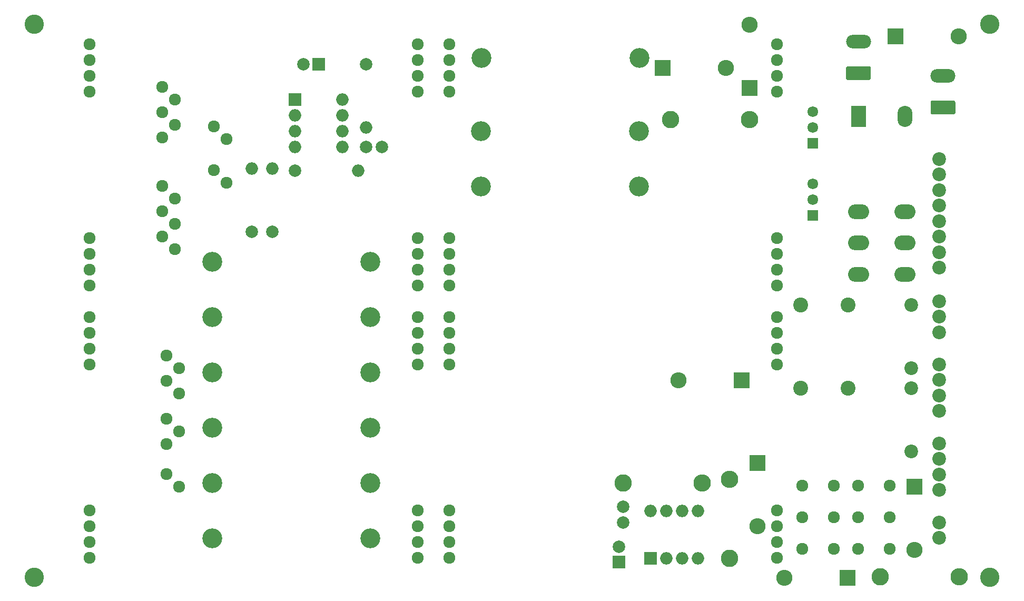
<source format=gbr>
G04 #@! TF.GenerationSoftware,KiCad,Pcbnew,(5.1.4-0-10_14)*
G04 #@! TF.CreationDate,2020-07-27T00:28:24+01:00*
G04 #@! TF.ProjectId,lightsBoard,6c696768-7473-4426-9f61-72642e6b6963,rev?*
G04 #@! TF.SameCoordinates,Original*
G04 #@! TF.FileFunction,Soldermask,Bot*
G04 #@! TF.FilePolarity,Negative*
%FSLAX46Y46*%
G04 Gerber Fmt 4.6, Leading zero omitted, Abs format (unit mm)*
G04 Created by KiCad (PCBNEW (5.1.4-0-10_14)) date 2020-07-27 00:28:24*
%MOMM*%
%LPD*%
G04 APERTURE LIST*
%ADD10C,1.924000*%
%ADD11O,4.000000X2.200000*%
%ADD12C,0.100000*%
%ADD13C,2.200000*%
%ADD14R,1.720800X1.720800*%
%ADD15C,1.720800*%
%ADD16O,3.400000X2.400000*%
%ADD17O,2.400000X3.400000*%
%ADD18R,2.400000X3.400000*%
%ADD19O,2.000000X2.000000*%
%ADD20R,2.000000X2.000000*%
%ADD21O,3.200000X3.200000*%
%ADD22C,3.200000*%
%ADD23O,2.800000X2.800000*%
%ADD24C,2.800000*%
%ADD25C,2.000000*%
%ADD26C,2.400000*%
%ADD27O,2.600000X2.600000*%
%ADD28R,2.600000X2.600000*%
%ADD29C,3.100000*%
G04 APERTURE END LIST*
D10*
X194945000Y-94615000D03*
X194945000Y-92075000D03*
X194945000Y-89535000D03*
X194945000Y-86995000D03*
X142240000Y-94615000D03*
X142240000Y-92075000D03*
X142240000Y-89535000D03*
X142240000Y-86995000D03*
X194945000Y-63500000D03*
X194945000Y-60960000D03*
X194945000Y-58420000D03*
X194945000Y-55880000D03*
X142240000Y-63500000D03*
X142240000Y-60960000D03*
X142240000Y-58420000D03*
X142240000Y-55880000D03*
X137160000Y-94615000D03*
X137160000Y-92075000D03*
X137160000Y-89535000D03*
X137160000Y-86995000D03*
X84455000Y-94615000D03*
X84455000Y-92075000D03*
X84455000Y-89535000D03*
X84455000Y-86995000D03*
X137160000Y-63500000D03*
X137160000Y-60960000D03*
X137160000Y-58420000D03*
X137160000Y-55880000D03*
X84455000Y-63500000D03*
X84455000Y-60960000D03*
X84455000Y-58420000D03*
X84455000Y-55880000D03*
D11*
X221615000Y-60960000D03*
D12*
G36*
X223339395Y-64941471D02*
G01*
X223369056Y-64945871D01*
X223398143Y-64953157D01*
X223426376Y-64963259D01*
X223453483Y-64976080D01*
X223479202Y-64991495D01*
X223503287Y-65009358D01*
X223525505Y-65029495D01*
X223545642Y-65051713D01*
X223563505Y-65075798D01*
X223578920Y-65101517D01*
X223591741Y-65128624D01*
X223601843Y-65156857D01*
X223609129Y-65185944D01*
X223613529Y-65215605D01*
X223615000Y-65245555D01*
X223615000Y-66834445D01*
X223613529Y-66864395D01*
X223609129Y-66894056D01*
X223601843Y-66923143D01*
X223591741Y-66951376D01*
X223578920Y-66978483D01*
X223563505Y-67004202D01*
X223545642Y-67028287D01*
X223525505Y-67050505D01*
X223503287Y-67070642D01*
X223479202Y-67088505D01*
X223453483Y-67103920D01*
X223426376Y-67116741D01*
X223398143Y-67126843D01*
X223369056Y-67134129D01*
X223339395Y-67138529D01*
X223309445Y-67140000D01*
X219920555Y-67140000D01*
X219890605Y-67138529D01*
X219860944Y-67134129D01*
X219831857Y-67126843D01*
X219803624Y-67116741D01*
X219776517Y-67103920D01*
X219750798Y-67088505D01*
X219726713Y-67070642D01*
X219704495Y-67050505D01*
X219684358Y-67028287D01*
X219666495Y-67004202D01*
X219651080Y-66978483D01*
X219638259Y-66951376D01*
X219628157Y-66923143D01*
X219620871Y-66894056D01*
X219616471Y-66864395D01*
X219615000Y-66834445D01*
X219615000Y-65245555D01*
X219616471Y-65215605D01*
X219620871Y-65185944D01*
X219628157Y-65156857D01*
X219638259Y-65128624D01*
X219651080Y-65101517D01*
X219666495Y-65075798D01*
X219684358Y-65051713D01*
X219704495Y-65029495D01*
X219726713Y-65009358D01*
X219750798Y-64991495D01*
X219776517Y-64976080D01*
X219803624Y-64963259D01*
X219831857Y-64953157D01*
X219860944Y-64945871D01*
X219890605Y-64941471D01*
X219920555Y-64940000D01*
X223309445Y-64940000D01*
X223339395Y-64941471D01*
X223339395Y-64941471D01*
G37*
D13*
X221615000Y-66040000D03*
D11*
X208026000Y-55435500D03*
D12*
G36*
X209750395Y-59416971D02*
G01*
X209780056Y-59421371D01*
X209809143Y-59428657D01*
X209837376Y-59438759D01*
X209864483Y-59451580D01*
X209890202Y-59466995D01*
X209914287Y-59484858D01*
X209936505Y-59504995D01*
X209956642Y-59527213D01*
X209974505Y-59551298D01*
X209989920Y-59577017D01*
X210002741Y-59604124D01*
X210012843Y-59632357D01*
X210020129Y-59661444D01*
X210024529Y-59691105D01*
X210026000Y-59721055D01*
X210026000Y-61309945D01*
X210024529Y-61339895D01*
X210020129Y-61369556D01*
X210012843Y-61398643D01*
X210002741Y-61426876D01*
X209989920Y-61453983D01*
X209974505Y-61479702D01*
X209956642Y-61503787D01*
X209936505Y-61526005D01*
X209914287Y-61546142D01*
X209890202Y-61564005D01*
X209864483Y-61579420D01*
X209837376Y-61592241D01*
X209809143Y-61602343D01*
X209780056Y-61609629D01*
X209750395Y-61614029D01*
X209720445Y-61615500D01*
X206331555Y-61615500D01*
X206301605Y-61614029D01*
X206271944Y-61609629D01*
X206242857Y-61602343D01*
X206214624Y-61592241D01*
X206187517Y-61579420D01*
X206161798Y-61564005D01*
X206137713Y-61546142D01*
X206115495Y-61526005D01*
X206095358Y-61503787D01*
X206077495Y-61479702D01*
X206062080Y-61453983D01*
X206049259Y-61426876D01*
X206039157Y-61398643D01*
X206031871Y-61369556D01*
X206027471Y-61339895D01*
X206026000Y-61309945D01*
X206026000Y-59721055D01*
X206027471Y-59691105D01*
X206031871Y-59661444D01*
X206039157Y-59632357D01*
X206049259Y-59604124D01*
X206062080Y-59577017D01*
X206077495Y-59551298D01*
X206095358Y-59527213D01*
X206115495Y-59504995D01*
X206137713Y-59484858D01*
X206161798Y-59466995D01*
X206187517Y-59451580D01*
X206214624Y-59438759D01*
X206242857Y-59428657D01*
X206271944Y-59421371D01*
X206301605Y-59416971D01*
X206331555Y-59415500D01*
X209720445Y-59415500D01*
X209750395Y-59416971D01*
X209750395Y-59416971D01*
G37*
D13*
X208026000Y-60515500D03*
D14*
X200660000Y-71755000D03*
D15*
X200660000Y-69215000D03*
X200660000Y-66675000D03*
D16*
X208026000Y-92840500D03*
X215526000Y-87800500D03*
X208026000Y-82760500D03*
X215526000Y-82760500D03*
X215526000Y-92840500D03*
X208026000Y-87800500D03*
D17*
X215526000Y-67500500D03*
D18*
X208026000Y-67500500D03*
D10*
X199009000Y-136969500D03*
X199009000Y-131889500D03*
X199009000Y-126809500D03*
X204089000Y-126809500D03*
X204089000Y-131889500D03*
X204089000Y-136969500D03*
D14*
X200660000Y-83375500D03*
D15*
X200660000Y-80835500D03*
X200660000Y-78295500D03*
D10*
X207962500Y-136969500D03*
X207962500Y-131889500D03*
X207962500Y-126809500D03*
X213042500Y-126809500D03*
X213042500Y-131889500D03*
X213042500Y-136969500D03*
D19*
X174625000Y-130873500D03*
X182245000Y-138493500D03*
X177165000Y-130873500D03*
X179705000Y-138493500D03*
X179705000Y-130873500D03*
X177165000Y-138493500D03*
X182245000Y-130873500D03*
D20*
X174625000Y-138493500D03*
D10*
X137160000Y-138430000D03*
X137160000Y-135890000D03*
X137160000Y-133350000D03*
X137160000Y-130810000D03*
X84455000Y-138430000D03*
X84455000Y-135890000D03*
X84455000Y-133350000D03*
X84455000Y-130810000D03*
X137160000Y-107315000D03*
X137160000Y-104775000D03*
X137160000Y-102235000D03*
X137160000Y-99695000D03*
X84455000Y-107315000D03*
X84455000Y-104775000D03*
X84455000Y-102235000D03*
X84455000Y-99695000D03*
D19*
X125095000Y-64770000D03*
X117475000Y-72390000D03*
X125095000Y-67310000D03*
X117475000Y-69850000D03*
X125095000Y-69850000D03*
X117475000Y-67310000D03*
X125095000Y-72390000D03*
D20*
X117475000Y-64770000D03*
D10*
X194945000Y-138430000D03*
X194945000Y-135890000D03*
X194945000Y-133350000D03*
X194945000Y-130810000D03*
X142240000Y-138430000D03*
X142240000Y-135890000D03*
X142240000Y-133350000D03*
X142240000Y-130810000D03*
X194945000Y-107315000D03*
X194945000Y-104775000D03*
X194945000Y-102235000D03*
X194945000Y-99695000D03*
X142240000Y-107315000D03*
X142240000Y-104775000D03*
X142240000Y-102235000D03*
X142240000Y-99695000D03*
X98806000Y-127000000D03*
X96774000Y-124968000D03*
X98171000Y-88773000D03*
X96139000Y-86741000D03*
X98171000Y-84709000D03*
X96139000Y-82677000D03*
X98171000Y-80645000D03*
X96139000Y-78613000D03*
X96139000Y-70866000D03*
X98171000Y-68834000D03*
X96139000Y-66802000D03*
X98171000Y-64770000D03*
X96139000Y-62738000D03*
X98806000Y-112014000D03*
X96774000Y-109982000D03*
X98806000Y-107950000D03*
X96774000Y-105918000D03*
X96774000Y-120142000D03*
X98806000Y-118110000D03*
X96774000Y-116078000D03*
D21*
X172855225Y-58100000D03*
D22*
X147455225Y-58100000D03*
D23*
X224218500Y-141478000D03*
D24*
X211518500Y-141478000D03*
D23*
X182880000Y-126428500D03*
D24*
X170180000Y-126428500D03*
D23*
X187325000Y-125793500D03*
D24*
X187325000Y-138493500D03*
D21*
X104140000Y-135255000D03*
D22*
X129540000Y-135255000D03*
D21*
X104140000Y-126365000D03*
D22*
X129540000Y-126365000D03*
D21*
X104140000Y-99695000D03*
D22*
X129540000Y-99695000D03*
D21*
X147320000Y-78740000D03*
D22*
X172720000Y-78740000D03*
D21*
X104140000Y-117475000D03*
D22*
X129540000Y-117475000D03*
D21*
X104140000Y-108585000D03*
D22*
X129540000Y-108585000D03*
D21*
X104140000Y-90805000D03*
D22*
X129540000Y-90805000D03*
D21*
X147320000Y-69850000D03*
D22*
X172720000Y-69850000D03*
D23*
X190500000Y-67945000D03*
D24*
X177800000Y-67945000D03*
D19*
X128905000Y-69215000D03*
D25*
X128905000Y-59055000D03*
D19*
X127635000Y-76200000D03*
D25*
X117475000Y-76200000D03*
D19*
X113792000Y-75819000D03*
D25*
X113792000Y-85979000D03*
D19*
X110490000Y-75819000D03*
D25*
X110490000Y-85979000D03*
D13*
X216535000Y-121285000D03*
X216535000Y-111125000D03*
D26*
X206375000Y-111125000D03*
X198755000Y-111125000D03*
D13*
X216535000Y-107950000D03*
X216535000Y-97790000D03*
D26*
X206375000Y-97790000D03*
X198755000Y-97790000D03*
D13*
X220980000Y-132715000D03*
X220980000Y-135215000D03*
X220980000Y-120015000D03*
X220980000Y-122515000D03*
X220980000Y-125015000D03*
X220980000Y-127515000D03*
X220980000Y-107315000D03*
X220980000Y-109815000D03*
X220980000Y-112315000D03*
X220980000Y-114815000D03*
X220980000Y-97155000D03*
X220980000Y-99655000D03*
X220980000Y-102155000D03*
X220980000Y-91795000D03*
X220980000Y-89295000D03*
X220980000Y-86795000D03*
X220980000Y-74295000D03*
X220980000Y-79295000D03*
X220980000Y-76795000D03*
X220980000Y-81795000D03*
X220980000Y-84295000D03*
D27*
X196088000Y-141605000D03*
D28*
X206248000Y-141605000D03*
D27*
X224155000Y-54610000D03*
D28*
X213995000Y-54610000D03*
D27*
X217043000Y-137160000D03*
D28*
X217043000Y-127000000D03*
D27*
X186690000Y-59690000D03*
D28*
X176530000Y-59690000D03*
D27*
X191770000Y-133350000D03*
D28*
X191770000Y-123190000D03*
D27*
X179070000Y-109855000D03*
D28*
X189230000Y-109855000D03*
D27*
X190500000Y-52705000D03*
D28*
X190500000Y-62865000D03*
D10*
X106426000Y-78105000D03*
X104394000Y-76073000D03*
X106426000Y-71120000D03*
X104394000Y-69088000D03*
D25*
X170180000Y-132738500D03*
X170180000Y-130238500D03*
X169545000Y-136628500D03*
D20*
X169545000Y-139128500D03*
D25*
X131405000Y-72390000D03*
X128905000Y-72390000D03*
X118785000Y-59055000D03*
D20*
X121285000Y-59055000D03*
D29*
X75520000Y-141520000D03*
X75520000Y-52620000D03*
X229160000Y-52620000D03*
X229160000Y-141520000D03*
M02*

</source>
